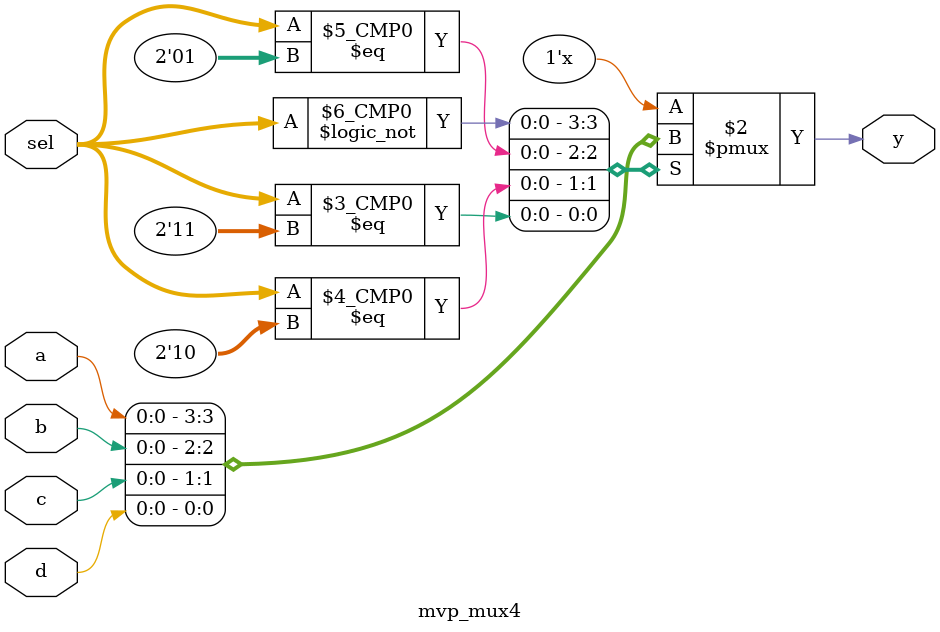
<source format=v>




`include "m14k_const.vh"
module mvp_mux4(
	y,
	sel,
	a,
	b,
	c,
	d
);
// synopsys template
parameter WIDTH = 1;

output [WIDTH-1:0] y;
reg [WIDTH-1:0] y;

input  [1:0] sel;
input  [WIDTH-1:0] a;
input  [WIDTH-1:0] b;
input  [WIDTH-1:0] c;
input  [WIDTH-1:0] d;

//verilint 550 off  // Mux is inferred
always @(sel or a or b or c or d)
begin
	case(sel)
		2'b00 :		y = a;
		2'b01 : 	y = b;
		2'b10 : 	y = c;
		2'b11 : 	y = d;
		default: 	y = {WIDTH{1'bx}};
	endcase
end
//verilint 550 on  // Mux is inferred

endmodule

</source>
